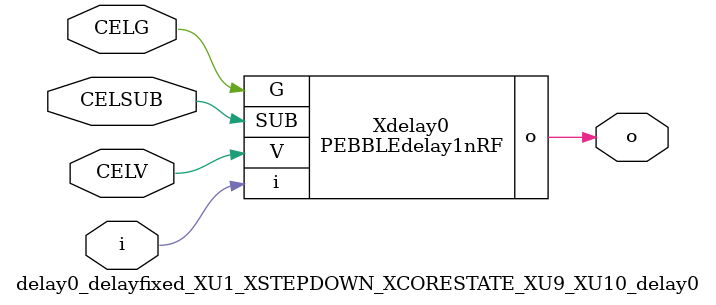
<source format=v>



module PEBBLEdelay1nRF ( o, V, G, i, SUB );

  input V;
  input i;
  input G;
  output o;
  input SUB;
endmodule

//Celera Confidential Do Not Copy delay0_delayfixed_XU1_XSTEPDOWN_XCORESTATE_XU9_XU10_delay0
//TYPE: fixed 1ns
module delay0_delayfixed_XU1_XSTEPDOWN_XCORESTATE_XU9_XU10_delay0 (i, CELV, o,
CELG,CELSUB);
input CELV;
input i;
output o;
input CELSUB;
input CELG;

//Celera Confidential Do Not Copy delayfast0
PEBBLEdelay1nRF Xdelay0(
.V (CELV),
.i (i),
.o (o),
.G (CELG),
.SUB (CELSUB)
);
//,diesize,PEBBLEdelay1nRF

//Celera Confidential Do Not Copy Module End
//Celera Schematic Generator
endmodule

</source>
